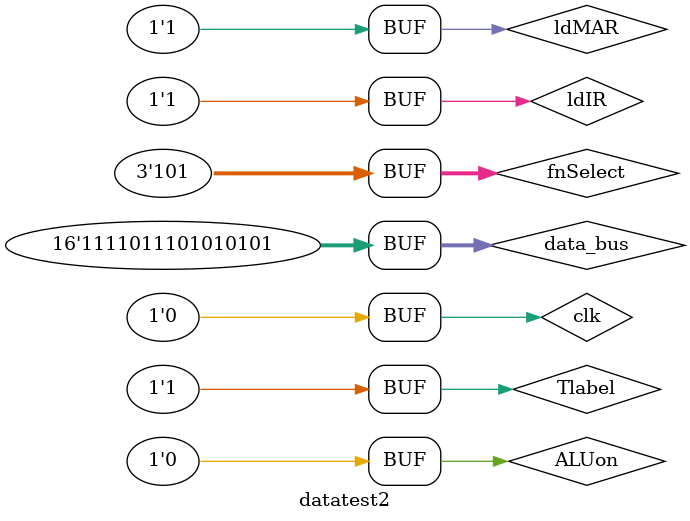
<source format=v>
`timescale 1ns / 1ps


module datatest2;

	// Inputs
	reg ldMAR;
	reg [15:0] data_bus;
	reg ldIR;
	reg Tlabel;
	reg clk;
	reg ALUon;
	reg [2:0]fnSelect;
	

	// Outputs
	wire [3:0] ir_1;
	wire [1:0] ir_2;
	wire [2:0] funct;
	wire [1:0] ir_3;
	wire [2:0] ir_4;

	// Instantiate the Unit Under Test (UUT)
	datapath uut (
		.ldMAR(ldMAR), 
		.data_bus(data_bus), 
		.ldIR(ldIR), 
		.Tlabel(Tlabel), 
		.clk(clk), 
		.ir_1(ir_1), 
		.ir_2(ir_2), 
		.ALUon(ALUon), 
		.fnSelect(fnSelect),
		.funct(funct),
		.ir_3(ir_3),
		.ir_4(ir_4)
	);

	initial begin
		// Initialize Inputs
		ldMAR = 0;
		data_bus = 0;
		ldIR = 0;
		Tlabel = 0;
		clk = 0;
		ALUon = 0;
		fnSelect = 0;

		// Wait 100 ns for global reset to finish
		#10;
		clk=0;
		#5
		clk=1;
		data_bus = 16'b1111000101010101;
		ldIR =1;
		Tlabel =0;
		ldMAR =0;
		ALUon =1;
		fnSelect = 3'b100;
		#5
		clk=0;
		#5
		clk=1;
		data_bus = 16'b1111011101010101;
		ldIR =1;
		Tlabel =1;
		ldMAR =1;
		ALUon =0;
		fnSelect = 3'b101;
		#5
		clk =0;
        
		// Add stimulus here

	end
      
endmodule


</source>
